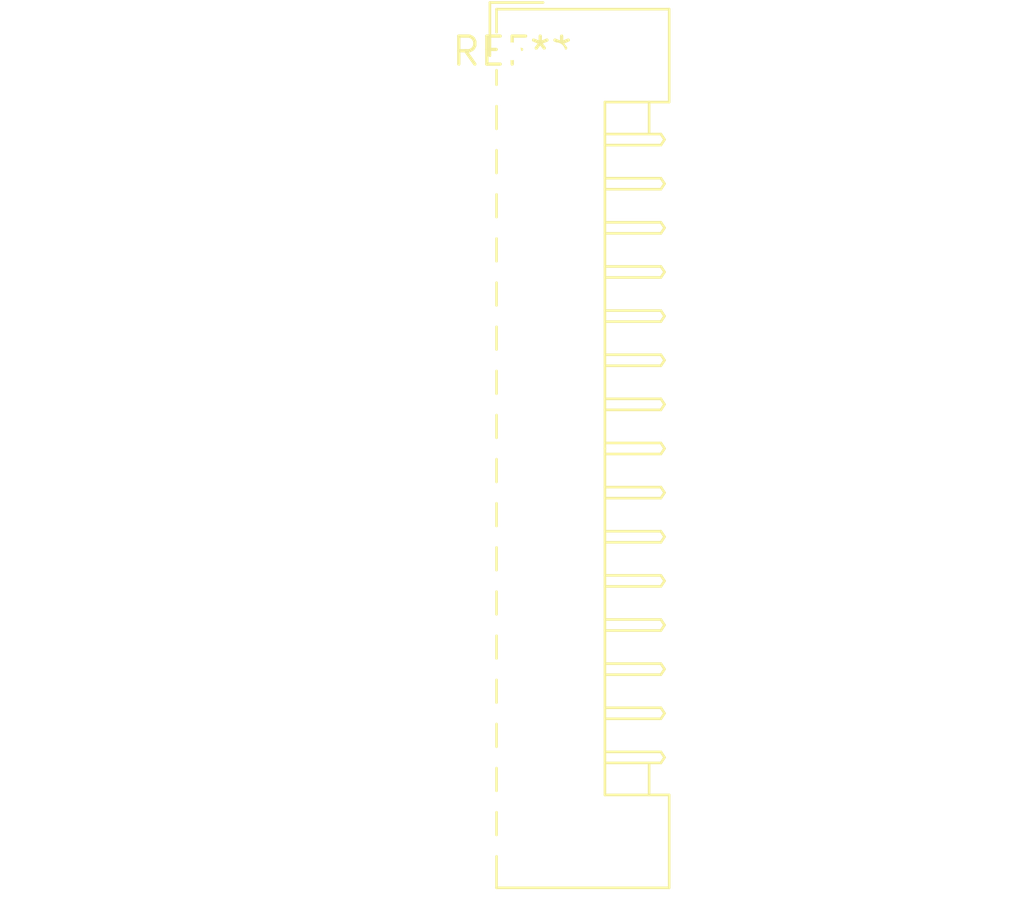
<source format=kicad_pcb>
(kicad_pcb (version 20240108) (generator pcbnew)
  (layers (0 "F.Cu" signal) (31 "B.Cu" signal) (34 "B.Paste" user) (35 "F.Paste" user) (36 "B.SilkS" user "B.Silkscreen") (37 "F.SilkS" user "F.Silkscreen") (38 "B.Mask" user) (39 "F.Mask" user) (44 "Edge.Cuts" user))
  (net 0 "")
  (footprint "JAE_LY20-38P-DLT1_2x19_P2.00mm_Horizontal" (layer "F.Cu") (at 0 0)
    (property "Reference" "REF**")
    (property "Value" "JAE_LY20-38P-DLT1_2x19_P2.00mm_Horizontal")
    (fp_line (start -1.01 -2.21) (end -1.01 0.2) (layer "F.SilkS") (stroke (width 0.12)))
    (fp_line (start -0.71 -1.91) (end -0.71 -0.86) (layer "F.SilkS") (stroke (width 0.12)))
    (fp_line (start -0.71 -1.91) (end 7.11 -1.91) (layer "F.SilkS") (stroke (width 0.12)))
    (fp_line (start -0.71 0.86) (end -0.71 1.514717) (layer "F.SilkS") (stroke (width 0.12)))
    (fp_line (start -0.71 2.485283) (end -0.71 3.514717) (layer "F.SilkS") (stroke (width 0.12)))
    (fp_line (start -0.71 4.485283) (end -0.71 5.514717) (layer "F.SilkS") (stroke (width 0.12)))
    (fp_line (start -0.71 6.485283) (end -0.71 7.514717) (layer "F.SilkS") (stroke (width 0.12)))
    (fp_line (start -0.71 8.485283) (end -0.71 9.514717) (layer "F.SilkS") (stroke (width 0.12)))
    (fp_line (start -0.71 10.485283) (end -0.71 11.514717) (layer "F.SilkS") (stroke (width 0.12)))
    (fp_line (start -0.71 12.485283) (end -0.71 13.514717) (layer "F.SilkS") (stroke (width 0.12)))
    (fp_line (start -0.71 14.485283) (end -0.71 15.514717) (layer "F.SilkS") (stroke (width 0.12)))
    (fp_line (start -0.71 16.485283) (end -0.71 17.514717) (layer "F.SilkS") (stroke (width 0.12)))
    (fp_line (start -0.71 18.485283) (end -0.71 19.514717) (layer "F.SilkS") (stroke (width 0.12)))
    (fp_line (start -0.71 20.485283) (end -0.71 21.514717) (layer "F.SilkS") (stroke (width 0.12)))
    (fp_line (start -0.71 22.485283) (end -0.71 23.514717) (layer "F.SilkS") (stroke (width 0.12)))
    (fp_line (start -0.71 24.485283) (end -0.71 25.514717) (layer "F.SilkS") (stroke (width 0.12)))
    (fp_line (start -0.71 26.485283) (end -0.71 27.514717) (layer "F.SilkS") (stroke (width 0.12)))
    (fp_line (start -0.71 28.485283) (end -0.71 29.514717) (layer "F.SilkS") (stroke (width 0.12)))
    (fp_line (start -0.71 30.485283) (end -0.71 31.514717) (layer "F.SilkS") (stroke (width 0.12)))
    (fp_line (start -0.71 32.485283) (end -0.71 33.514717) (layer "F.SilkS") (stroke (width 0.12)))
    (fp_line (start -0.71 34.485283) (end -0.71 35.514717) (layer "F.SilkS") (stroke (width 0.12)))
    (fp_line (start -0.71 36.485283) (end -0.71 37.91) (layer "F.SilkS") (stroke (width 0.12)))
    (fp_line (start -0.71 37.91) (end 7.11 37.91) (layer "F.SilkS") (stroke (width 0.12)))
    (fp_line (start 1.4 -2.21) (end -1.01 -2.21) (layer "F.SilkS") (stroke (width 0.12)))
    (fp_line (start 4.2 2.3) (end 4.2 18) (layer "F.SilkS") (stroke (width 0.12)))
    (fp_line (start 4.2 3.75) (end 6.733333 3.75) (layer "F.SilkS") (stroke (width 0.12)))
    (fp_line (start 4.2 5.75) (end 6.733333 5.75) (layer "F.SilkS") (stroke (width 0.12)))
    (fp_line (start 4.2 7.75) (end 6.733333 7.75) (layer "F.SilkS") (stroke (width 0.12)))
    (fp_line (start 4.2 9.75) (end 6.733333 9.75) (layer "F.SilkS") (stroke (width 0.12)))
    (fp_line (start 4.2 11.75) (end 6.733333 11.75) (layer "F.SilkS") (stroke (width 0.12)))
    (fp_line (start 4.2 13.75) (end 6.733333 13.75) (layer "F.SilkS") (stroke (width 0.12)))
    (fp_line (start 4.2 15.75) (end 6.733333 15.75) (layer "F.SilkS") (stroke (width 0.12)))
    (fp_line (start 4.2 17.75) (end 6.733333 17.75) (layer "F.SilkS") (stroke (width 0.12)))
    (fp_line (start 4.2 19.75) (end 6.733333 19.75) (layer "F.SilkS") (stroke (width 0.12)))
    (fp_line (start 4.2 21.75) (end 6.733333 21.75) (layer "F.SilkS") (stroke (width 0.12)))
    (fp_line (start 4.2 23.75) (end 6.733333 23.75) (layer "F.SilkS") (stroke (width 0.12)))
    (fp_line (start 4.2 25.75) (end 6.733333 25.75) (layer "F.SilkS") (stroke (width 0.12)))
    (fp_line (start 4.2 27.75) (end 6.733333 27.75) (layer "F.SilkS") (stroke (width 0.12)))
    (fp_line (start 4.2 29.75) (end 6.733333 29.75) (layer "F.SilkS") (stroke (width 0.12)))
    (fp_line (start 4.2 31.75) (end 6.733333 31.75) (layer "F.SilkS") (stroke (width 0.12)))
    (fp_line (start 4.2 33.7) (end 4.2 18) (layer "F.SilkS") (stroke (width 0.12)))
    (fp_line (start 6.2 2.3) (end 6.2 3.75) (layer "F.SilkS") (stroke (width 0.12)))
    (fp_line (start 6.2 33.7) (end 6.2 32.25) (layer "F.SilkS") (stroke (width 0.12)))
    (fp_line (start 6.733333 3.75) (end 6.9 4) (layer "F.SilkS") (stroke (width 0.12)))
    (fp_line (start 6.733333 4.25) (end 4.2 4.25) (layer "F.SilkS") (stroke (width 0.12)))
    (fp_line (start 6.733333 5.75) (end 6.9 6) (layer "F.SilkS") (stroke (width 0.12)))
    (fp_line (start 6.733333 6.25) (end 4.2 6.25) (layer "F.SilkS") (stroke (width 0.12)))
    (fp_line (start 6.733333 7.75) (end 6.9 8) (layer "F.SilkS") (stroke (width 0.12)))
    (fp_line (start 6.733333 8.25) (end 4.2 8.25) (layer "F.SilkS") (stroke (width 0.12)))
    (fp_line (start 6.733333 9.75) (end 6.9 10) (layer "F.SilkS") (stroke (width 0.12)))
    (fp_line (start 6.733333 10.25) (end 4.2 10.25) (layer "F.SilkS") (stroke (width 0.12)))
    (fp_line (start 6.733333 11.75) (end 6.9 12) (layer "F.SilkS") (stroke (width 0.12)))
    (fp_line (start 6.733333 12.25) (end 4.2 12.25) (layer "F.SilkS") (stroke (width 0.12)))
    (fp_line (start 6.733333 13.75) (end 6.9 14) (layer "F.SilkS") (stroke (width 0.12)))
    (fp_line (start 6.733333 14.25) (end 4.2 14.25) (layer "F.SilkS") (stroke (width 0.12)))
    (fp_line (start 6.733333 15.75) (end 6.9 16) (layer "F.SilkS") (stroke (width 0.12)))
    (fp_line (start 6.733333 16.25) (end 4.2 16.25) (layer "F.SilkS") (stroke (width 0.12)))
    (fp_line (start 6.733333 17.75) (end 6.9 18) (layer "F.SilkS") (stroke (width 0.12)))
    (fp_line (start 6.733333 18.25) (end 4.2 18.25) (layer "F.SilkS") (stroke (width 0.12)))
    (fp_line (start 6.733333 19.75) (end 6.9 20) (layer "F.SilkS") (stroke (width 0.12)))
    (fp_line (start 6.733333 20.25) (end 4.2 20.25) (layer "F.SilkS") (stroke (width 0.12)))
    (fp_line (start 6.733333 21.75) (end 6.9 22) (layer "F.SilkS") (stroke (width 0.12)))
    (fp_line (start 6.733333 22.25) (end 4.2 22.25) (layer "F.SilkS") (stroke (width 0.12)))
    (fp_line (start 6.733333 23.75) (end 6.9 24) (layer "F.SilkS") (stroke (width 0.12)))
    (fp_line (start 6.733333 24.25) (end 4.2 24.25) (layer "F.SilkS") (stroke (width 0.12)))
    (fp_line (start 6.733333 25.75) (end 6.9 26) (layer "F.SilkS") (stroke (width 0.12)))
    (fp_line (start 6.733333 26.25) (end 4.2 26.25) (layer "F.SilkS") (stroke (width 0.12)))
    (fp_line (start 6.733333 27.75) (end 6.9 28) (layer "F.SilkS") (stroke (width 0.12)))
    (fp_line (start 6.733333 28.25) (end 4.2 28.25) (layer "F.SilkS") (stroke (width 0.12)))
    (fp_line (start 6.733333 29.75) (end 6.9 30) (layer "F.SilkS") (stroke (width 0.12)))
    (fp_line (start 6.733333 30.25) (end 4.2 30.25) (layer "F.SilkS") (stroke (width 0.12)))
    (fp_line (start 6.733333 31.75) (end 6.9 32) (layer "F.SilkS") (stroke (width 0.12)))
    (fp_line (start 6.733333 32.25) (end 4.2 32.25) (layer "F.SilkS") (stroke (width 0.12)))
    (fp_line (start 6.9 4) (end 6.733333 4.25) (layer "F.SilkS") (stroke (width 0.12)))
    (fp_line (start 6.9 6) (end 6.733333 6.25) (layer "F.SilkS") (stroke (width 0.12)))
    (fp_line (start 6.9 8) (end 6.733333 8.25) (layer "F.SilkS") (stroke (width 0.12)))
    (fp_line (start 6.9 10) (end 6.733333 10.25) (layer "F.SilkS") (stroke (width 0.12)))
    (fp_line (start 6.9 12) (end 6.733333 12.25) (layer "F.SilkS") (stroke (width 0.12)))
    (fp_line (start 6.9 14) (end 6.733333 14.25) (layer "F.SilkS") (stroke (width 0.12)))
    (fp_line (start 6.9 16) (end 6.733333 16.25) (layer "F.SilkS") (stroke (width 0.12)))
    (fp_line (start 6.9 18) (end 6.733333 18.25) (layer "F.SilkS") (stroke (width 0.12)))
    (fp_line (start 6.9 20) (end 6.733333 20.25) (layer "F.SilkS") (stroke (width 0.12)))
    (fp_line (start 6.9 22) (end 6.733333 22.25) (layer "F.SilkS") (stroke (width 0.12)))
    (fp_line (start 6.9 24) (end 6.733333 24.25) (layer "F.SilkS") (stroke (width 0.12)))
    (fp_line (start 6.9 26) (end 6.733333 26.25) (layer "F.SilkS") (stroke (width 0.12)))
    (fp_line (start 6.9 28) (end 6.733333 28.25) (layer "F.SilkS") (stroke (width 0.12)))
    (fp_line (start 6.9 30) (end 6.733333 30.25) (layer "F.SilkS") (stroke (width 0.12)))
    (fp_line (start 6.9 32) (end 6.733333 32.25) (layer "F.SilkS") (stroke (width 0.12)))
    (fp_line (start 7.11 -1.91) (end 7.11 2.3) (layer "F.SilkS") (stroke (width 0.12)))
    (fp_line (start 7.11 2.3) (end 4.2 2.3) (layer "F.SilkS") (stroke (width 0.12)))
    (fp_line (start 7.11 33.7) (end 4.2 33.7) (layer "F.SilkS") (stroke (width 0.12)))
    (fp_line (start 7.11 37.91) (end 7.11 33.7) (layer "F.SilkS") (stroke (width 0.12)))
    (pad "a1" thru_hole roundrect (at 0 0) (size 1.2 1.2) (drill 0.8) (layers *.Cu *.Mask) (remove_unused_layers) (roundrect_rratio 0.208333))
    (pad "a2" thru_hole circle (at 0 2) (size 1.2 1.2) (drill 0.8) (layers *.Cu *.Mask) (remove_unused_layers))
    (pad "a3" thru_hole circle (at 0 4) (size 1.2 1.2) (drill 0.8) (layers *.Cu *.Mask) (remove_unused_layers))
    (pad "a4" thru_hole circle (at 0 6) (size 1.2 1.2) (drill 0.8) (layers *.Cu *.Mask) (remove_unused_layers))
    (pad "a5" thru_hole circle (at 0 8) (size 1.2 1.2) (drill 0.8) (layers *.Cu *.Mask) (remove_unused_layers))
    (pad "a6" thru_hole circle (at 0 10) (size 1.2 1.2) (drill 0.8) (layers *.Cu *.Mask) (remove_unused_layers))
    (pad "a7" thru_hole circle (at 0 12) (size 1.2 1.2) (drill 0.8) (layers *.Cu *.Mask) (remove_unused_layers))
    (pad "a8" thru_hole circle (at 0 14) (size 1.2 1.2) (drill 0.8) (layers *.Cu *.Mask) (remove_unused_layers))
    (pad "a9" thru_hole circle (at 0 16) (size 1.2 1.2) (drill 0.8) (layers *.Cu *.Mask) (remove_unused_layers))
    (pad "a10" thru_hole circle (at 0 18) (size 1.2 1.2) (drill 0.8) (layers *.Cu *.Mask) (remove_unused_layers))
    (pad "a11" thru_hole circle (at 0 20) (size 1.2 1.2) (drill 0.8) (layers *.Cu *.Mask) (remove_unused_layers))
    (pad "a12" thru_hole circle (at 0 22) (size 1.2 1.2) (drill 0.8) (layers *.Cu *.Mask) (remove_unused_layers))
    (pad "a13" thru_hole circle (at 0 24) (size 1.2 1.2) (drill 0.8) (layers *.Cu *.Mask) (remove_unused_layers))
    (pad "a14" thru_hole circle (at 0 26) (size 1.2 1.2) (drill 0.8) (layers *.Cu *.Mask) (remove_unused_layers))
    (pad "a15" thru_hole circle (at 0 28) (size 1.2 1.2) (drill 0.8) (layers *.Cu *.Mask) (remove_unused_layers))
    (pad "a16" thru_hole circle (at 0 30) (size 1.2 1.2) (drill 0.8) (layers *.Cu *.Mask) (remove_unused_layers))
    (pad "a17" thru_hole circle (at 0 32) (size 1.2 1.2) (drill 0.8) (layers *.Cu *.Mask) (remove_unused_layers))
    (pad "a18" thru_hole circle (at 0 34) (size 1.2 1.2) (drill 0.8) (layers *.Cu *.Mask) (remove_unused_layers))
    (pad "a19" thru_hole circle (at 0 36) (size 1.2 1.2) (drill 0.8) (layers *.Cu *.Mask) (remove_unused_layers))
    (pad "b1" thru_hole circle (at 2 0) (size 1.2 1.2) (drill 0.8) (layers *.Cu *.Mask) (remove_unused_layers))
    (pad "b2" thru_hole circle (at 2 2) (size 1.2 1.2) (drill 0.8) (layers *.Cu *.Mask) (remove_unused_layers))
    (pad "b3" thru_hole circle (at 2 4) (size 1.2 1.2) (drill 0.8) (layers *.Cu *.Mask) (remove_unused_layers))
    (pad "b4" thru_hole circle (at 2 6) (size 1.2 1.2) (drill 0.8) (layers *.Cu *.Mask) (remove_unused_layers))
    (pad "b5" thru_hole circle (at 2 8) (size 1.2 1.2) (drill 0.8) (layers *.Cu *.Mask) (remove_unused_layers))
    (pad "b6" thru_hole circle (at 2 10) (size 1.2 1.2) (drill 0.8) (layers *.Cu *.Mask) (remove_unused_layers))
    (pad "b7" thru_hole circle (at 2 12) (size 1.2 1.2) (drill 0.8) (layers *.Cu *.Mask) (remove_unused_layers))
    (pad "b8" thru_hole circle (at 2 14) (size 1.2 1.2) (drill 0.8) (layers *.Cu *.Mask) (remove_unused_layers))
    (pad "b9" thru_hole circle (at 2 16) (size 1.2 1.2) (drill 0.8) (layers *.Cu *.Mask) (remove_unused_layers))
    (pad "b10" thru_hole circle (at 2 18) (size 1.2 1.2) (drill 0.8) (layers *.Cu *.Mask) (remove_unused_layers))
    (pad "b11" thru_hole circle (at 2 20) (size 1.2 1.2) (drill 0.8) (layers *.Cu *.Mask) (remove_unused_layers))
    (pad "b12" thru_hole circle (at 2 22) (size 1.2 1.2) (drill 0.8) (layers *.Cu *.Mask) (remove_unused_layers))
    (pad "b13" thru_hole circle (at 2 24) (size 1.2 1.2) (drill 0.8) (layers *.Cu *.Mask) (remove_unused_layers))
    (pad "b14" thru_hole circle (at 2 26) (size 1.2 1.2) (drill 0.8) (layers *.Cu *.Mask) (remove_unused_layers))
    (pad "b15" thru_hole circle (at 2 28) (size 1.2 1.2) (drill 0.8) (layers *.Cu *.Mask) (remove_unused_layers))
    (pad "b16" thru_hole circle (at 2 30) (size 1.2 1.2) (drill 0.8) (layers *.Cu *.Mask) (remove_unused_layers))
    (pad "b17" thru_hole circle (at 2 32) (size 1.2 1.2) (drill 0.8) (layers *.Cu *.Mask) (remove_unused_layers))
    (pad "b18" thru_hole circle (at 2 34) (size 1.2 1.2) (drill 0.8) (layers *.Cu *.Mask) (remove_unused_layers))
    (pad "b19" thru_hole circle (at 2 36) (size 1.2 1.2) (drill 0.8) (layers *.Cu *.Mask) (remove_unused_layers))
  )
)
</source>
